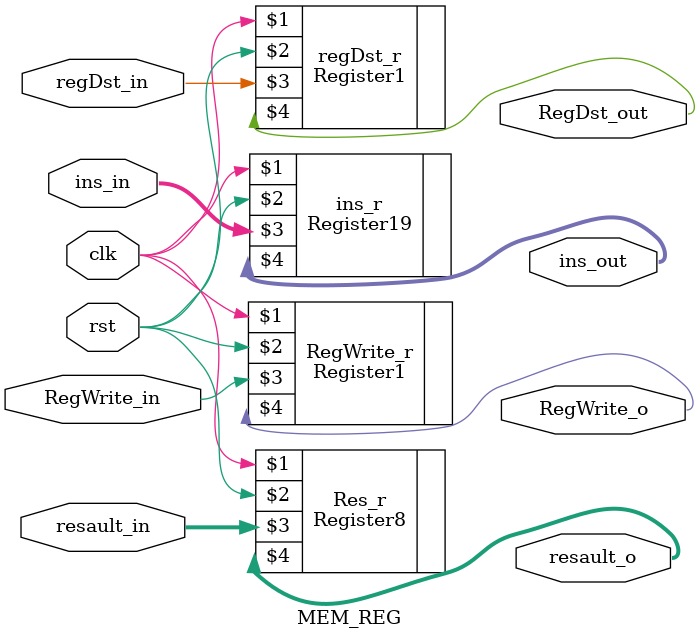
<source format=sv>
module IF_ID(
                input clk,rst, kill_in,
                input[11:0] pc1_in,
                input[18:0] ins_in,
                output logic kill_out,
                output logic[11:0] pc1_out,
                output logic[18:0] ins_out);
    Register1 kill(clk,rst, kill_in, kill_out);
    Register12 pc1_reg(clk,rst, pc1_in, pc1_out);
    Register19 ins_reg(clk,rst, ins_in, ins_out);
endmodule

module ID_EX(
    input clk,rst,
    input regDst_in,
    input ALU1_mux_in,
    input status_en_in,
    input ALU_o_sh_in,
    input exm_o_mem_in,
    input RegWrite_in,
    input MemWen,
    input[1:0] pcmax,
    input[1:0] shiftOp_in,
    input[2:0] ALUop,
    input[7:0] val1_in, val2_in,
    input[11:0] jump_to_adr_in,
    input[18:0] ins_in,
    output logic RegDst_out,
    output logic ALU1_mux_out,
    output logic status_en_out,
    output logic ALU_o_sh_out,
    output logic exm_o_mem_out,
    output logic RegWrite_out,
    output logic MemWen_out,
    output logic[1:0] pcmax_out,
    output logic[1:0] shiftOp_out,
    output logic[2:0] ALUop_out,
    output logic[7:0] val1_out, val2_out,
    output logic[11:0] jump_to_adr_out,
    output logic[18:0] ins_out);

    Register13  signals_r   (clk,rst, {ALU1_mux_in, status_en_in, ALU_o_sh_in, exm_o_mem_in, RegWrite_in, MemWen, pcmax, shiftOp_in, ALUop}, {ALU1_mux_out, status_en_out, ALU_o_sh_out, exm_o_mem_out, RegWrite_out, MemWen_out, pcmax_out, shiftOp_out, ALUop_out});
    Register19  ins_r       (clk,rst, ins_in, ins_out);
    Register8   val1_r      (clk,rst, val1_in, val1_out);
    Register8   val2_r      (clk,rst,val2_in, val2_out);
    Register12  adr_r       (clk,rst, jump_to_adr_in, jump_to_adr_in);
    Register1 regDst_r (clk,rst, regDst_in, RegDst_out);
endmodule

module EX_MEM(
    input clk,rst,
    input ex_o_mem_in, RegWrite_in, MemWen_in,
    input regDst_in,
    input[7:0] Rd_in,
    input[7:0] resault_in,
    input[18:0] ins_in,
    output logic ex_o_mem_o, RegWrite_o, MemWen_o,
    output logic RegDst_out,
    output logic[7:0] Rd_o,
    output logic[7:0] resault_o,
    output logic[18:0] ins_out
    );
    Register3 memsignals_r (clk,rst, {ex_o_mem_in, RegWrite_in, MemWen_in}, {ex_o_mem_o, RegWrite_o, MemWen_o});
    Register8 Rd_r (clk,rst, Rd_in, Rd_o);
    Register8 Res_r (clk,rst, resault_in, resault_o);
    Register19  ins_r       (clk,rst, ins_in, ins_out);
    Register1 regDst_r (clk,rst, regDst_in, RegDst_out);
endmodule

module MEM_REG(
    input clk,rst,
    input RegWrite_in,
    input regDst_in,
    input[7:0] resault_in,
    input[18:0] ins_in,
    output logic RegWrite_o,
    output logic RegDst_out,
    output logic[7:0] resault_o,
    output logic[18:0] ins_out
);
    Register8 Res_r (clk,rst, resault_in, resault_o);
    Register1 RegWrite_r(clk,rst, RegWrite_in, RegWrite_o);
    Register19  ins_r       (clk,rst, ins_in, ins_out);
    Register1 regDst_r (clk,rst, regDst_in, RegDst_out);
endmodule

</source>
